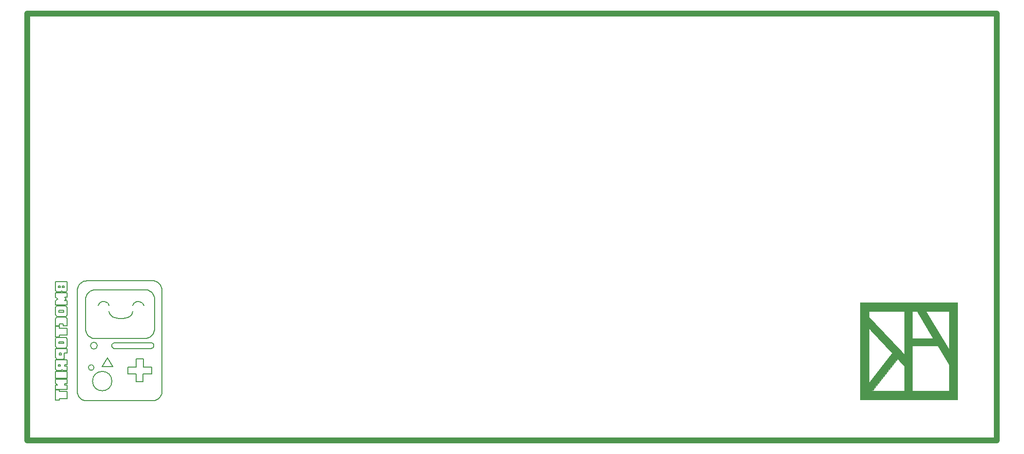
<source format=gbo>
G04 #@! TF.GenerationSoftware,KiCad,Pcbnew,(5.1.10)-1*
G04 #@! TF.CreationDate,2022-08-15T16:43:16+01:00*
G04 #@! TF.ProjectId,BMO Buttons,424d4f20-4275-4747-946f-6e732e6b6963,rev?*
G04 #@! TF.SameCoordinates,Original*
G04 #@! TF.FileFunction,Legend,Bot*
G04 #@! TF.FilePolarity,Positive*
%FSLAX46Y46*%
G04 Gerber Fmt 4.6, Leading zero omitted, Abs format (unit mm)*
G04 Created by KiCad (PCBNEW (5.1.10)-1) date 2022-08-15 16:43:16*
%MOMM*%
%LPD*%
G01*
G04 APERTURE LIST*
%ADD10C,0.000180*%
%ADD11C,0.100000*%
%ADD12C,1.000000*%
%ADD13C,0.200000*%
G04 APERTURE END LIST*
D10*
X221488000Y-137570000D02*
X204538014Y-137570000D01*
X204538014Y-120650000D02*
X221488000Y-120650000D01*
D11*
G36*
X219988000Y-122150000D02*
G01*
X206038014Y-122150000D01*
X204538014Y-120650000D01*
X221488000Y-120650000D01*
X219988000Y-122150000D01*
G37*
X219988000Y-122150000D02*
X206038014Y-122150000D01*
X204538014Y-120650000D01*
X221488000Y-120650000D01*
X219988000Y-122150000D01*
G36*
X221488000Y-137570000D02*
G01*
X204538014Y-137570000D01*
X206690002Y-136070000D01*
X219988000Y-136070000D01*
X221488000Y-137570000D01*
G37*
X221488000Y-137570000D02*
X204538014Y-137570000D01*
X206690002Y-136070000D01*
X219988000Y-136070000D01*
X221488000Y-137570000D01*
D10*
X213613000Y-126875000D02*
X217238693Y-126875000D01*
X204538014Y-137570000D02*
X204538014Y-120650000D01*
D11*
G36*
X221488000Y-137570000D02*
G01*
X219988000Y-136070000D01*
X219988000Y-122150000D01*
X221488000Y-120650000D01*
X221488000Y-137570000D01*
G37*
X221488000Y-137570000D02*
X219988000Y-136070000D01*
X219988000Y-122150000D01*
X221488000Y-120650000D01*
X221488000Y-137570000D01*
G36*
X211065592Y-130447873D02*
G01*
X206690002Y-136070000D01*
X204538014Y-137570000D01*
X206038014Y-134709715D01*
X210127041Y-129455789D01*
X211065592Y-130447873D01*
G37*
X211065592Y-130447873D02*
X206690002Y-136070000D01*
X204538014Y-137570000D01*
X206038014Y-134709715D01*
X210127041Y-129455789D01*
X211065592Y-130447873D01*
D10*
X206690002Y-136070000D02*
X212262985Y-136070000D01*
X213613000Y-122150000D02*
X213613000Y-126875000D01*
X221488000Y-120650000D02*
X221488000Y-137570000D01*
D11*
G36*
X219988000Y-128836001D02*
G01*
X219988000Y-131461925D01*
X214406628Y-122150000D01*
X215980551Y-122150000D01*
X219988000Y-128836001D01*
G37*
X219988000Y-128836001D02*
X219988000Y-131461925D01*
X214406628Y-122150000D01*
X215980551Y-122150000D01*
X219988000Y-128836001D01*
D10*
X217238693Y-126875000D02*
X214406628Y-122150000D01*
X214406628Y-122150000D02*
X213613000Y-122150000D01*
D11*
G36*
X212262985Y-129749155D02*
G01*
X212262985Y-131713562D01*
X206038014Y-125133531D01*
X206038014Y-123169137D01*
X212262985Y-129749155D01*
G37*
X212262985Y-129749155D02*
X212262985Y-131713562D01*
X206038014Y-125133531D01*
X206038014Y-123169137D01*
X212262985Y-129749155D01*
D10*
X212262985Y-136070000D02*
X212262985Y-131713562D01*
D11*
G36*
X217161592Y-126891873D02*
G01*
X218047854Y-128225000D01*
X213613000Y-128225000D01*
X213605592Y-126891873D01*
X213613000Y-126875000D01*
X217161592Y-126891873D01*
G37*
X217161592Y-126891873D02*
X218047854Y-128225000D01*
X213613000Y-128225000D01*
X213605592Y-126891873D01*
X213613000Y-126875000D01*
X217161592Y-126891873D01*
G36*
X213605592Y-136035873D02*
G01*
X212262985Y-136070000D01*
X212262985Y-122150000D01*
X213613000Y-122150000D01*
X213605592Y-136035873D01*
G37*
X213605592Y-136035873D02*
X212262985Y-136070000D01*
X212262985Y-122150000D01*
X213613000Y-122150000D01*
X213605592Y-136035873D01*
G36*
X206038014Y-122150000D02*
G01*
X206038014Y-134709715D01*
X204538014Y-137570000D01*
X204538014Y-120650000D01*
X206038014Y-122150000D01*
G37*
X206038014Y-122150000D02*
X206038014Y-134709715D01*
X204538014Y-137570000D01*
X204538014Y-120650000D01*
X206038014Y-122150000D01*
D10*
X218047854Y-128225000D02*
X213613000Y-128225000D01*
X206038014Y-123169137D02*
X212262985Y-129749155D01*
X219988000Y-122150000D02*
X215980551Y-122150000D01*
X219988000Y-128836001D02*
X219988000Y-122150000D01*
X213613000Y-136070000D02*
X219988000Y-136070000D01*
X213613000Y-128225000D02*
X213613000Y-136070000D01*
X210127041Y-129455789D02*
X206038014Y-125133531D01*
X206038014Y-122150000D02*
X206038014Y-123169137D01*
X215980551Y-122150000D02*
X219988000Y-128836001D01*
X219988000Y-136070000D02*
X219988000Y-131461925D01*
X212262985Y-122150000D02*
X206038014Y-122150000D01*
X219988000Y-131461925D02*
X218047854Y-128225000D01*
X212262985Y-129749155D02*
X212262985Y-122150000D01*
X206038014Y-125133531D02*
X206038014Y-134709715D01*
X212262985Y-131713562D02*
X211065592Y-130447873D01*
X206038014Y-134709715D02*
X210127041Y-129455789D01*
X211065592Y-130447873D02*
X206690002Y-136070000D01*
D12*
X228295260Y-70282341D02*
X228295260Y-144680922D01*
X228295260Y-144680922D02*
X59502353Y-144680922D01*
X59502353Y-144680922D02*
X59502353Y-70282341D01*
X59502353Y-70282341D02*
X228295260Y-70282341D01*
D13*
X65171320Y-118816120D02*
X64750848Y-118816120D01*
X66286663Y-120025037D02*
X66044588Y-120323498D01*
X65000215Y-122018752D02*
X65000215Y-122312353D01*
X64750848Y-123090104D02*
X64553535Y-123043924D01*
X64553535Y-123043924D02*
X64453354Y-122855522D01*
X64453354Y-122855522D02*
X64449956Y-122789211D01*
X66406485Y-121541894D02*
X66406485Y-122789211D01*
X66406485Y-123511304D02*
X66406485Y-124734317D01*
X65604187Y-118040800D02*
X65912371Y-118040800D01*
X64449956Y-116972122D02*
X66406485Y-116972122D01*
X65858657Y-122018752D02*
X65000215Y-122018752D01*
X64449956Y-121541894D02*
X64509145Y-121339365D01*
X64509145Y-121339365D02*
X64698217Y-121244058D01*
X64698217Y-121244058D02*
X64750848Y-121241244D01*
X66406485Y-116972122D02*
X66406485Y-118512798D01*
X66406485Y-118512798D02*
X66346511Y-118714393D01*
X66346511Y-118714393D02*
X66157662Y-118813123D01*
X66157662Y-118813123D02*
X66105593Y-118816120D01*
X66406485Y-121108541D02*
X64449956Y-121108541D01*
X66105593Y-123210655D02*
X66298285Y-123271753D01*
X66298285Y-123271753D02*
X66401580Y-123452050D01*
X66401580Y-123452050D02*
X66406485Y-123511304D01*
X65056359Y-124734317D02*
X64449956Y-124734317D01*
X64449956Y-121108541D02*
X64449956Y-120328359D01*
X64750848Y-118816120D02*
X64551785Y-118766274D01*
X64551785Y-118766274D02*
X64454252Y-118584098D01*
X64454252Y-118584098D02*
X64449956Y-118512798D01*
X65800083Y-124413738D02*
X65056359Y-124413738D01*
X64449956Y-124734317D02*
X64449956Y-123511304D01*
X64449956Y-118512798D02*
X64449956Y-116972122D01*
X64449956Y-119721957D02*
X64449956Y-118949067D01*
X66044588Y-120323498D02*
X66406485Y-120323498D01*
X64449956Y-120328359D02*
X64824249Y-120022606D01*
X65858657Y-122312353D02*
X65858657Y-122018752D01*
X65264407Y-117752303D02*
X64951362Y-117752303D01*
X64750848Y-123210655D02*
X66105593Y-123210655D01*
X64951362Y-117752303D02*
X64951362Y-118040800D01*
X64449956Y-122789211D02*
X64449956Y-121541894D01*
X65604187Y-117752303D02*
X65604187Y-118040800D01*
X65442804Y-118578906D02*
X65338242Y-118758338D01*
X65338242Y-118758338D02*
X65171320Y-118816120D01*
X64750848Y-121241244D02*
X66105593Y-121241244D01*
X65912371Y-117752303D02*
X65604187Y-117752303D01*
X66105593Y-121241244D02*
X66311247Y-121291698D01*
X66311247Y-121291698D02*
X66403838Y-121483093D01*
X66403838Y-121483093D02*
X66406485Y-121541894D01*
X65000215Y-122312353D02*
X65858657Y-122312353D01*
X66105593Y-123090104D02*
X64750848Y-123090104D01*
X66406485Y-124734317D02*
X65800083Y-124734317D01*
X65800083Y-124734317D02*
X65800083Y-124413738D01*
X64824249Y-120022606D02*
X64449956Y-119721957D01*
X64449956Y-118949067D02*
X66406485Y-118949067D01*
X65056359Y-124413738D02*
X65056359Y-124734317D01*
X64449956Y-123511304D02*
X64509145Y-123319980D01*
X64509145Y-123319980D02*
X64681745Y-123216754D01*
X64681745Y-123216754D02*
X64750848Y-123210655D01*
X65056359Y-124830564D02*
X65056359Y-125119304D01*
X65912371Y-118040800D02*
X65912371Y-117752303D01*
X64951362Y-118040800D02*
X65264407Y-118040800D01*
X65731544Y-118816120D02*
X65537379Y-118742446D01*
X65537379Y-118742446D02*
X65447665Y-118578906D01*
X65447665Y-118578906D02*
X65442804Y-118578906D01*
X66406485Y-118949067D02*
X66406485Y-119729248D01*
X66406485Y-120323498D02*
X66406485Y-121108541D01*
X66105593Y-118816120D02*
X65731544Y-118816120D01*
X66406485Y-122789211D02*
X66344941Y-122992847D01*
X66344941Y-122992847D02*
X66156540Y-123087341D01*
X66156540Y-123087341D02*
X66105593Y-123090104D01*
X66406485Y-119729248D02*
X66047019Y-119729248D01*
X66047019Y-119729248D02*
X66286663Y-120025037D01*
X65264407Y-118040800D02*
X65264407Y-117752303D01*
X66406485Y-135777163D02*
X64449956Y-135777163D01*
X64449956Y-130259264D02*
X64449956Y-128711297D01*
X64449956Y-132228675D02*
X64449956Y-130680708D01*
X64449956Y-135777163D02*
X64449956Y-135048265D01*
X66406485Y-131458459D02*
X66005458Y-131458459D01*
X64449956Y-135048265D02*
X64738453Y-135048265D01*
X64449956Y-135897714D02*
X65056359Y-135897714D01*
X66105593Y-128578350D02*
X64750848Y-128578350D01*
X65653282Y-130560157D02*
X64750848Y-130560157D01*
X65056359Y-126620849D02*
X64449956Y-126620849D01*
X66406485Y-127030140D02*
X66406485Y-128277458D01*
X65953932Y-129489048D02*
X65953932Y-130254403D01*
X66005458Y-131458459D02*
X66005458Y-131751817D01*
X65848935Y-127800600D02*
X65848935Y-127506999D01*
X65056359Y-125119304D02*
X66406485Y-125119304D01*
X64750848Y-128578350D02*
X64553535Y-128532170D01*
X64553535Y-128532170D02*
X64453354Y-128343769D01*
X64453354Y-128343769D02*
X64449956Y-128277458D01*
X66406485Y-128277458D02*
X66344941Y-128481093D01*
X66344941Y-128481093D02*
X66156540Y-128575587D01*
X66156540Y-128575587D02*
X66105593Y-128578350D01*
X65953932Y-130254403D02*
X65898549Y-130454176D01*
X65898549Y-130454176D02*
X65718117Y-130555552D01*
X65718117Y-130555552D02*
X65653282Y-130560157D01*
X66105593Y-126729491D02*
X66311247Y-126779945D01*
X66311247Y-126779945D02*
X66403838Y-126971339D01*
X66403838Y-126971339D02*
X66406485Y-127030140D01*
X66406485Y-128711297D02*
X66406485Y-129489048D01*
X64951362Y-131458459D02*
X64951362Y-131751817D01*
X64449956Y-130680708D02*
X66406485Y-130680708D01*
X64449956Y-127030140D02*
X64509145Y-126827612D01*
X64509145Y-126827612D02*
X64698217Y-126732305D01*
X64698217Y-126732305D02*
X64750848Y-126729491D01*
X64449956Y-126620849D02*
X64449956Y-124830564D01*
X64750848Y-126729491D02*
X66105593Y-126729491D01*
X65056359Y-129782406D02*
X65391521Y-129782406D01*
X64449956Y-128711297D02*
X66406485Y-128711297D01*
X65261977Y-131458459D02*
X64951362Y-131458459D01*
X66406485Y-126334783D02*
X65056359Y-126334783D01*
X64449956Y-128277458D02*
X64449956Y-127030140D01*
X65056359Y-129489048D02*
X65056359Y-129782406D01*
X66406485Y-129489048D02*
X65953932Y-129489048D01*
X66406485Y-130680708D02*
X66406485Y-131458459D01*
X66005458Y-131751817D02*
X66406485Y-131751817D01*
X65538321Y-132312040D02*
X65428762Y-132482148D01*
X65428762Y-132482148D02*
X65237429Y-132529567D01*
X65261977Y-131751817D02*
X65261977Y-131458459D01*
X64449956Y-124830564D02*
X65056359Y-124830564D01*
X65237429Y-132529567D02*
X64750848Y-132529567D01*
X64951362Y-131751817D02*
X65261977Y-131751817D01*
X65543182Y-132312040D02*
X65538321Y-132312040D01*
X64750848Y-132529567D02*
X64555022Y-132476311D01*
X64555022Y-132476311D02*
X64454561Y-132295684D01*
X64454561Y-132295684D02*
X64449956Y-132228675D01*
X66406485Y-132662514D02*
X66406485Y-133877993D01*
X64738453Y-135048265D02*
X64449956Y-134703381D01*
X65000215Y-127800600D02*
X65848935Y-127800600D01*
X65391521Y-129489048D02*
X65056359Y-129489048D01*
X64449956Y-134703381D02*
X64449956Y-134023578D01*
X66406485Y-132529567D02*
X65800083Y-132529567D01*
X66406485Y-131751817D02*
X66406485Y-132529567D01*
X65848935Y-127506999D02*
X65000215Y-127506999D01*
X66406485Y-133877993D02*
X64449956Y-133877993D01*
X64449956Y-134023578D02*
X66406485Y-134023578D01*
X66406485Y-134023578D02*
X66406485Y-134754907D01*
X66406485Y-134754907D02*
X65993062Y-134754907D01*
X65993062Y-134754907D02*
X65993062Y-135048265D01*
X65993062Y-135048265D02*
X66406485Y-135048265D01*
X66406485Y-135048265D02*
X66406485Y-135777163D01*
X66406485Y-125119304D02*
X66406485Y-126334783D01*
X65000215Y-127506999D02*
X65000215Y-127800600D01*
X65391521Y-129782406D02*
X65391521Y-129489048D01*
X64750848Y-130560157D02*
X64552829Y-130514118D01*
X64552829Y-130514118D02*
X64454351Y-130333321D01*
X64454351Y-130333321D02*
X64449956Y-130259264D01*
X65056359Y-126334783D02*
X65056359Y-126620849D01*
X65800083Y-132529567D02*
X65612593Y-132451286D01*
X65612593Y-132451286D02*
X65543182Y-132312040D01*
X64449956Y-133877993D02*
X64449956Y-132662514D01*
X64449956Y-132662514D02*
X66406485Y-132662514D01*
X71342873Y-126926622D02*
X79990416Y-126926622D01*
X69882508Y-137787139D02*
X81308192Y-137787139D01*
X69666031Y-125249780D02*
X69685351Y-125505146D01*
X69685351Y-125505146D02*
X69741418Y-125748421D01*
X69741418Y-125748421D02*
X69831385Y-125976760D01*
X69831385Y-125976760D02*
X69952409Y-126187318D01*
X69952409Y-126187318D02*
X70101643Y-126377250D01*
X70101643Y-126377250D02*
X70276245Y-126543713D01*
X70276245Y-126543713D02*
X70473369Y-126683860D01*
X70473369Y-126683860D02*
X70690170Y-126794847D01*
X70690170Y-126794847D02*
X70923803Y-126873830D01*
X70923803Y-126873830D02*
X71171425Y-126917964D01*
X71171425Y-126917964D02*
X71342873Y-126926622D01*
X81536552Y-128174274D02*
X81487339Y-127957910D01*
X81487339Y-127957910D02*
X81354940Y-127789175D01*
X81354940Y-127789175D02*
X81162214Y-127690925D01*
X81162214Y-127690925D02*
X81037491Y-127675214D01*
X68216377Y-118540240D02*
X68216377Y-136121008D01*
X81037491Y-127675214D02*
X74692287Y-127675214D01*
X77021238Y-133093590D02*
X78421382Y-133093590D01*
X71342873Y-118418821D02*
X71087506Y-118438141D01*
X71087506Y-118438141D02*
X70844231Y-118494208D01*
X70844231Y-118494208D02*
X70615892Y-118584175D01*
X70615892Y-118584175D02*
X70405334Y-118705199D01*
X70405334Y-118705199D02*
X70215402Y-118854434D01*
X70215402Y-118854434D02*
X70048939Y-119029035D01*
X70048939Y-119029035D02*
X69908792Y-119226159D01*
X69908792Y-119226159D02*
X69797805Y-119442960D01*
X69797805Y-119442960D02*
X69718822Y-119676594D01*
X69718822Y-119676594D02*
X69674688Y-119924215D01*
X69674688Y-119924215D02*
X69666031Y-120095663D01*
X69666031Y-120095663D02*
X69666031Y-125249780D01*
X79990416Y-118418821D02*
X71342873Y-118418821D01*
X81667258Y-120095663D02*
X81647937Y-119840296D01*
X81647937Y-119840296D02*
X81591870Y-119597021D01*
X81591870Y-119597021D02*
X81501903Y-119368682D01*
X81501903Y-119368682D02*
X81380879Y-119158124D01*
X81380879Y-119158124D02*
X81231644Y-118968192D01*
X81231644Y-118968192D02*
X81057043Y-118801730D01*
X81057043Y-118801730D02*
X80859919Y-118661583D01*
X80859919Y-118661583D02*
X80643118Y-118550595D01*
X80643118Y-118550595D02*
X80409484Y-118471612D01*
X80409484Y-118471612D02*
X80161863Y-118427478D01*
X80161863Y-118427478D02*
X79990416Y-118418821D01*
X74240757Y-134353125D02*
G75*
G03*
X74240757Y-134353125I-1687302J0D01*
G01*
X74692287Y-128673336D02*
X81037491Y-128673336D01*
X65056359Y-136186454D02*
X66406485Y-136186454D01*
X73741695Y-121136197D02*
X73649834Y-120942176D01*
X73649834Y-120942176D02*
X73513947Y-120777096D01*
X73513947Y-120777096D02*
X73343062Y-120644836D01*
X73343062Y-120644836D02*
X73146205Y-120549271D01*
X73146205Y-120549271D02*
X72932403Y-120494279D01*
X72932403Y-120494279D02*
X72710684Y-120483738D01*
X72710684Y-120483738D02*
X72490075Y-120521524D01*
X72490075Y-120521524D02*
X72279602Y-120611515D01*
X72279602Y-120611515D02*
X72088293Y-120757587D01*
X72088293Y-120757587D02*
X71925175Y-120963618D01*
X71925175Y-120963618D02*
X71836550Y-121136197D01*
X74193226Y-128174274D02*
X74193226Y-128174275D01*
X66406485Y-137401933D02*
X65056359Y-137401933D01*
X69882508Y-116874109D02*
X69628772Y-116893306D01*
X69628772Y-116893306D02*
X69387051Y-116949014D01*
X69387051Y-116949014D02*
X69160171Y-117038407D01*
X69160171Y-117038407D02*
X68950958Y-117158657D01*
X68950958Y-117158657D02*
X68762239Y-117306939D01*
X68762239Y-117306939D02*
X68596840Y-117480425D01*
X68596840Y-117480425D02*
X68457588Y-117676290D01*
X68457588Y-117676290D02*
X68347309Y-117891706D01*
X68347309Y-117891706D02*
X68268831Y-118123847D01*
X68268831Y-118123847D02*
X68224979Y-118369887D01*
X68224979Y-118369887D02*
X68216377Y-118540240D01*
X79723600Y-131952879D02*
X79723600Y-130502973D01*
X73451856Y-130265578D02*
X74357417Y-131834055D01*
X79723600Y-130502973D02*
X78421382Y-130502973D01*
X65056359Y-135897714D02*
X65056359Y-136186454D01*
X81308192Y-116874109D02*
X69882508Y-116874109D01*
X78421382Y-130502973D02*
X78421382Y-131952879D01*
X78421382Y-131952879D02*
X77029581Y-131952879D01*
X82974323Y-118540240D02*
X82955125Y-118286504D01*
X82955125Y-118286504D02*
X82899416Y-118044783D01*
X82899416Y-118044783D02*
X82810024Y-117817903D01*
X82810024Y-117817903D02*
X82689773Y-117608690D01*
X82689773Y-117608690D02*
X82541492Y-117419971D01*
X82541492Y-117419971D02*
X82368005Y-117254572D01*
X82368005Y-117254572D02*
X82172141Y-117115320D01*
X82172141Y-117115320D02*
X81956725Y-117005041D01*
X81956725Y-117005041D02*
X81724583Y-116926563D01*
X81724583Y-116926563D02*
X81478544Y-116882711D01*
X81478544Y-116882711D02*
X81308192Y-116874109D01*
X77029581Y-131952879D02*
X77021238Y-133093590D01*
X78421382Y-133093590D02*
X78421382Y-134434784D01*
X79687195Y-133093590D02*
X81132550Y-133093590D01*
X81132550Y-131952879D02*
X79723600Y-131952879D01*
X66406485Y-136186454D02*
X66406485Y-137401933D01*
X64449956Y-137687999D02*
X64449956Y-135897714D01*
X82974323Y-136121008D02*
X82974323Y-118540240D01*
X72546295Y-131834055D02*
X73451856Y-130265578D01*
X81132550Y-133093590D02*
X81132550Y-131952879D01*
X81308192Y-137787139D02*
X81561927Y-137767941D01*
X81561927Y-137767941D02*
X81803648Y-137712233D01*
X81803648Y-137712233D02*
X82030528Y-137622840D01*
X82030528Y-137622840D02*
X82239741Y-137502590D01*
X82239741Y-137502590D02*
X82428460Y-137354308D01*
X82428460Y-137354308D02*
X82593859Y-137180822D01*
X82593859Y-137180822D02*
X82733111Y-136984957D01*
X82733111Y-136984957D02*
X82843390Y-136769541D01*
X82843390Y-136769541D02*
X82921868Y-136537400D01*
X82921868Y-136537400D02*
X82965720Y-136291360D01*
X82965720Y-136291360D02*
X82974323Y-136121008D01*
X77876772Y-122205614D02*
X77827200Y-122502209D01*
X77827200Y-122502209D02*
X77695193Y-122759259D01*
X77695193Y-122759259D02*
X77492450Y-122976763D01*
X77492450Y-122976763D02*
X77230666Y-123154720D01*
X77230666Y-123154720D02*
X76921538Y-123293132D01*
X76921538Y-123293132D02*
X76576762Y-123391997D01*
X76576762Y-123391997D02*
X76208036Y-123451316D01*
X76208036Y-123451316D02*
X75827057Y-123471089D01*
X75827057Y-123471089D02*
X75445520Y-123451316D01*
X75445520Y-123451316D02*
X75075123Y-123391997D01*
X75075123Y-123391997D02*
X74727563Y-123293132D01*
X74727563Y-123293132D02*
X74414536Y-123154720D01*
X74414536Y-123154720D02*
X74147739Y-122976763D01*
X74147739Y-122976763D02*
X73938868Y-122759259D01*
X73938868Y-122759259D02*
X73799621Y-122502209D01*
X73799621Y-122502209D02*
X73741695Y-122205614D01*
X81037491Y-128673336D02*
X81253854Y-128624123D01*
X81253854Y-128624123D02*
X81422590Y-128491724D01*
X81422590Y-128491724D02*
X81520840Y-128298998D01*
X81520840Y-128298998D02*
X81536552Y-128174275D01*
X71127567Y-131988526D02*
G75*
G03*
X71127567Y-131988526I-487179J0D01*
G01*
X78421382Y-134434784D02*
X79687195Y-134434784D01*
X79990416Y-126926622D02*
X80245782Y-126907301D01*
X80245782Y-126907301D02*
X80489057Y-126851234D01*
X80489057Y-126851234D02*
X80717396Y-126761267D01*
X80717396Y-126761267D02*
X80927954Y-126640243D01*
X80927954Y-126640243D02*
X81117886Y-126491009D01*
X81117886Y-126491009D02*
X81284348Y-126316407D01*
X81284348Y-126316407D02*
X81424495Y-126119283D01*
X81424495Y-126119283D02*
X81535483Y-125902482D01*
X81535483Y-125902482D02*
X81614466Y-125668849D01*
X81614466Y-125668849D02*
X81658600Y-125421227D01*
X81658600Y-125421227D02*
X81667258Y-125249780D01*
X81536552Y-128174275D02*
X81536552Y-128174274D01*
X74692287Y-127675214D02*
X74475923Y-127724426D01*
X74475923Y-127724426D02*
X74307187Y-127856825D01*
X74307187Y-127856825D02*
X74208937Y-128049551D01*
X74208937Y-128049551D02*
X74193226Y-128174274D01*
X74357417Y-131834055D02*
X72546295Y-131834055D01*
X71697923Y-128174275D02*
G75*
G03*
X71697923Y-128174275I-594121J0D01*
G01*
X65056359Y-137401933D02*
X65056359Y-137687999D01*
X68216377Y-136121008D02*
X68235574Y-136374743D01*
X68235574Y-136374743D02*
X68291283Y-136616464D01*
X68291283Y-136616464D02*
X68380675Y-136843344D01*
X68380675Y-136843344D02*
X68500926Y-137052557D01*
X68500926Y-137052557D02*
X68649207Y-137241276D01*
X68649207Y-137241276D02*
X68822694Y-137406675D01*
X68822694Y-137406675D02*
X69018558Y-137545927D01*
X69018558Y-137545927D02*
X69233974Y-137656206D01*
X69233974Y-137656206D02*
X69466116Y-137734684D01*
X69466116Y-137734684D02*
X69712155Y-137778536D01*
X69712155Y-137778536D02*
X69882508Y-137787139D01*
X74193226Y-128174275D02*
X74242438Y-128390638D01*
X74242438Y-128390638D02*
X74374837Y-128559374D01*
X74374837Y-128559374D02*
X74567563Y-128657624D01*
X74567563Y-128657624D02*
X74692287Y-128673336D01*
X81667258Y-125249780D02*
X81667258Y-120095663D01*
X65056359Y-137687999D02*
X64449956Y-137687999D01*
X79777956Y-121136197D02*
X79686095Y-120942176D01*
X79686095Y-120942176D02*
X79550208Y-120777096D01*
X79550208Y-120777096D02*
X79379323Y-120644836D01*
X79379323Y-120644836D02*
X79182466Y-120549271D01*
X79182466Y-120549271D02*
X78968664Y-120494279D01*
X78968664Y-120494279D02*
X78746945Y-120483738D01*
X78746945Y-120483738D02*
X78526336Y-120521524D01*
X78526336Y-120521524D02*
X78315863Y-120611515D01*
X78315863Y-120611515D02*
X78124554Y-120757587D01*
X78124554Y-120757587D02*
X77961436Y-120963618D01*
X77961436Y-120963618D02*
X77872811Y-121136197D01*
X79687195Y-134434784D02*
X79687195Y-133093590D01*
M02*

</source>
